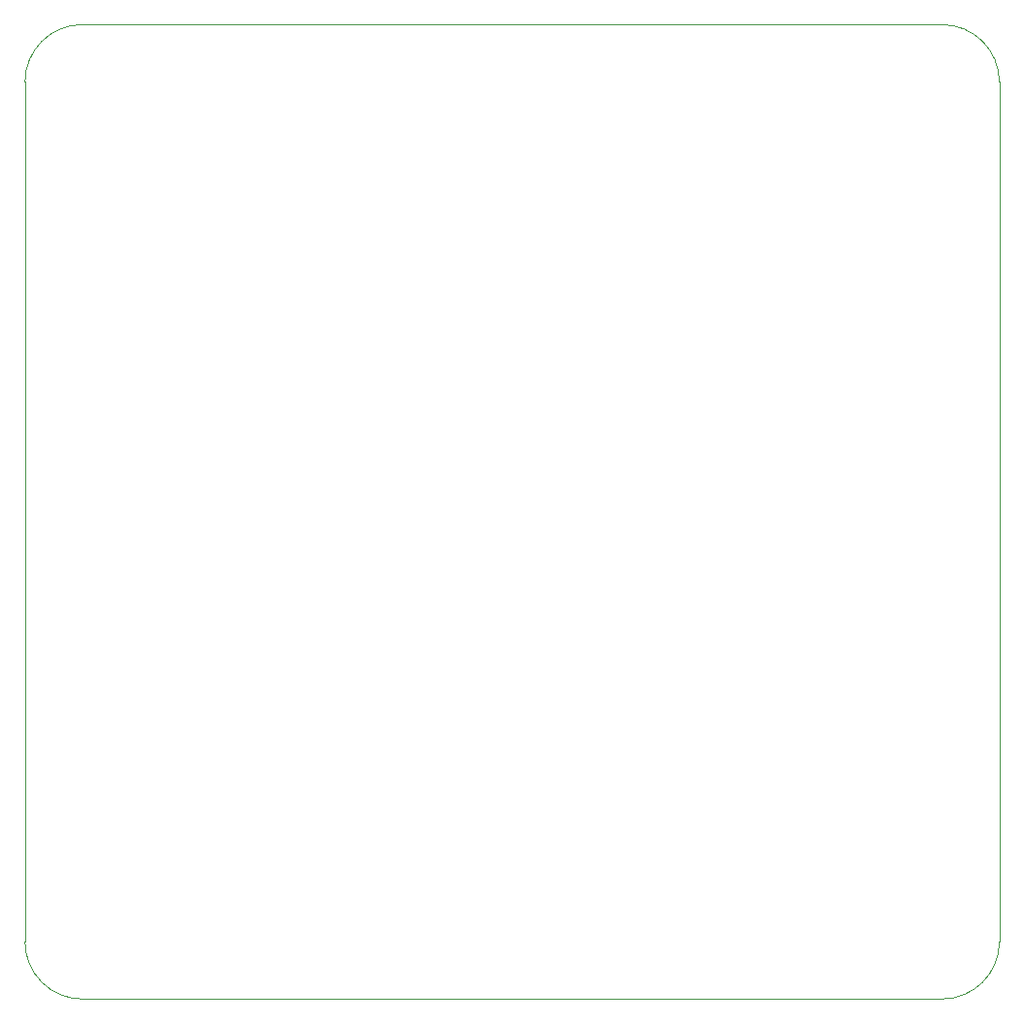
<source format=gm1>
%TF.GenerationSoftware,KiCad,Pcbnew,7.0.7*%
%TF.CreationDate,2023-08-30T15:53:29-04:00*%
%TF.ProjectId,Basic Stereo Amp,42617369-6320-4537-9465-72656f20416d,rev?*%
%TF.SameCoordinates,Original*%
%TF.FileFunction,Profile,NP*%
%FSLAX46Y46*%
G04 Gerber Fmt 4.6, Leading zero omitted, Abs format (unit mm)*
G04 Created by KiCad (PCBNEW 7.0.7) date 2023-08-30 15:53:29*
%MOMM*%
%LPD*%
G01*
G04 APERTURE LIST*
%TA.AperFunction,Profile*%
%ADD10C,0.100000*%
%TD*%
G04 APERTURE END LIST*
D10*
X105500000Y-125500000D02*
G75*
G03*
X110500000Y-130500000I5000000J0D01*
G01*
X105500000Y-125500000D02*
X105500000Y-50500000D01*
X190500000Y-50500000D02*
G75*
G03*
X185500000Y-45500000I-5000000J0D01*
G01*
X190500000Y-50500000D02*
X190500000Y-125500000D01*
X185500000Y-130500000D02*
G75*
G03*
X190500000Y-125500000I0J5000000D01*
G01*
X110500000Y-45500000D02*
G75*
G03*
X105500000Y-50500000I0J-5000000D01*
G01*
X110500000Y-45500000D02*
X185500000Y-45500000D01*
X185500000Y-130500000D02*
X110500000Y-130500000D01*
M02*

</source>
